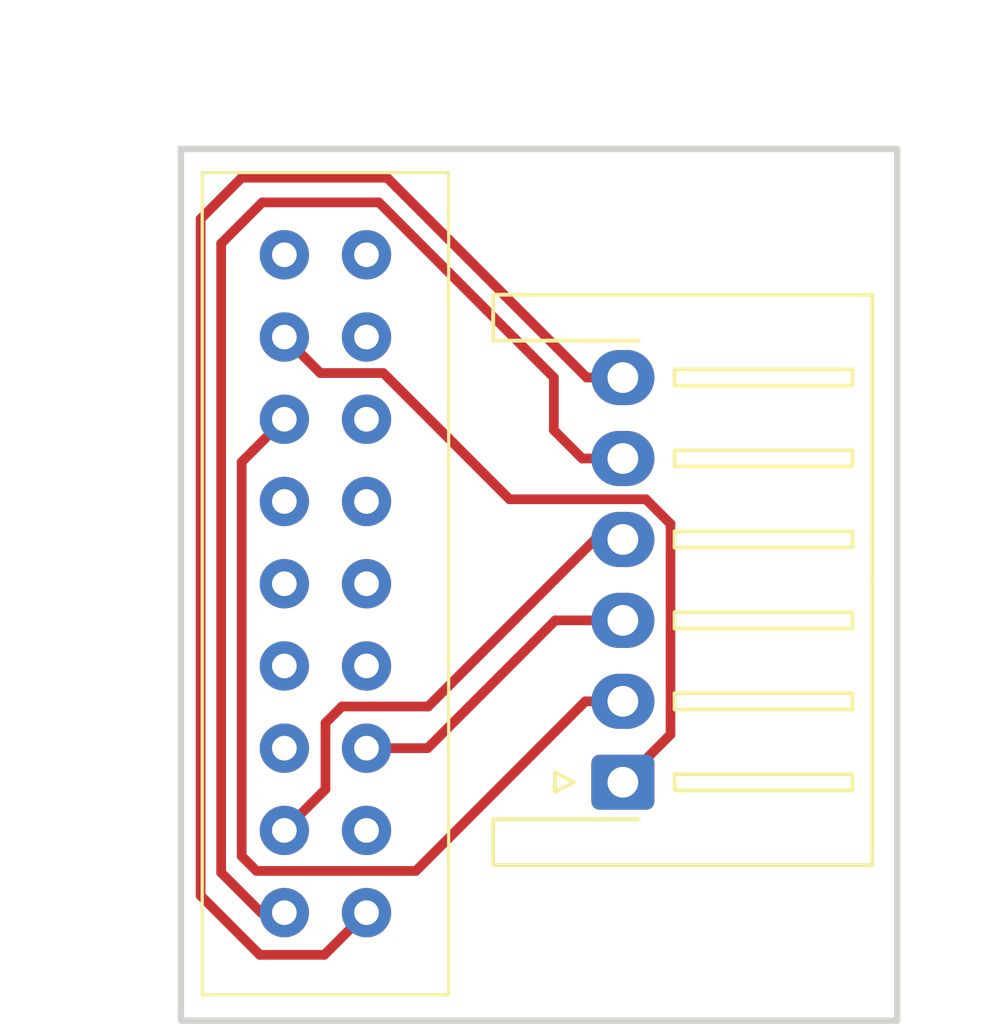
<source format=kicad_pcb>
(kicad_pcb (version 20221018) (generator pcbnew)
  (layers (0 "F.Cu" signal) (31 "B.Cu" signal) (34 "B.Paste" user) (35 "F.Paste" user) (36 "B.SilkS" user "B.Silkscreen") (37 "F.SilkS" user "F.Silkscreen") (38 "B.Mask" user) (39 "F.Mask" user) (44 "Edge.Cuts" user))
  (net 0 "")
  (net 1 "/CS#")
  (net 2 "/D{slash}C#")
  (net 3 "/SDIN")
  (net 4 "/SCLK")
  (net 5 "/VCC")
  (net 6 "/GND")
  (footprint "Connector_JST:JST_XH_S6B-XH-A-1_1x06_P2.50mm_Horizontal" (layer "F.Cu") (at 111.8616 94.2372 90)
    (fp_text reference "J1" hide)
    (fp_text value "Conn_01x06_Pin")
    (fp_line (start -2.56 -4.01) (end -1.14 -4.01) (stroke (width 0.12)) (layer "F.SilkS"))
    (fp_line (start -2.56 7.71) (end -2.56 -4.01) (stroke (width 0.12)) (layer "F.SilkS"))
    (fp_line (start -1.14 -4.01) (end -1.14 0.49) (stroke (width 0.12)) (layer "F.SilkS"))
    (fp_line (start -0.3 -2.1) (end 0.3 -2.1) (stroke (width 0.12)) (layer "F.SilkS"))
    (fp_line (start -0.25 1.6) (end -0.25 7.1) (stroke (width 0.12)) (layer "F.SilkS"))
    (fp_line (start -0.25 7.1) (end 0.25 7.1) (stroke (width 0.12)) (layer "F.SilkS"))
    (fp_line (start 0 -1.5) (end -0.3 -2.1) (stroke (width 0.12)) (layer "F.SilkS"))
    (fp_line (start 0.25 1.6) (end -0.25 1.6) (stroke (width 0.12)) (layer "F.SilkS"))
    (fp_line (start 0.25 7.1) (end 0.25 1.6) (stroke (width 0.12)) (layer "F.SilkS"))
    (fp_line (start 0.3 -2.1) (end 0 -1.5) (stroke (width 0.12)) (layer "F.SilkS"))
    (fp_line (start 2.25 1.6) (end 2.25 7.1) (stroke (width 0.12)) (layer "F.SilkS"))
    (fp_line (start 2.25 7.1) (end 2.75 7.1) (stroke (width 0.12)) (layer "F.SilkS"))
    (fp_line (start 2.75 1.6) (end 2.25 1.6) (stroke (width 0.12)) (layer "F.SilkS"))
    (fp_line (start 2.75 7.1) (end 2.75 1.6) (stroke (width 0.12)) (layer "F.SilkS"))
    (fp_line (start 4.75 1.6) (end 4.75 7.1) (stroke (width 0.12)) (layer "F.SilkS"))
    (fp_line (start 4.75 7.1) (end 5.25 7.1) (stroke (width 0.12)) (layer "F.SilkS"))
    (fp_line (start 5.25 1.6) (end 4.75 1.6) (stroke (width 0.12)) (layer "F.SilkS"))
    (fp_line (start 5.25 7.1) (end 5.25 1.6) (stroke (width 0.12)) (layer "F.SilkS"))
    (fp_line (start 6.25 7.71) (end -2.56 7.71) (stroke (width 0.12)) (layer "F.SilkS"))
    (fp_line (start 6.25 7.71) (end 15.06 7.71) (stroke (width 0.12)) (layer "F.SilkS"))
    (fp_line (start 7.25 1.6) (end 7.25 7.1) (stroke (width 0.12)) (layer "F.SilkS"))
    (fp_line (start 7.25 7.1) (end 7.75 7.1) (stroke (width 0.12)) (layer "F.SilkS"))
    (fp_line (start 7.75 1.6) (end 7.25 1.6) (stroke (width 0.12)) (layer "F.SilkS"))
    (fp_line (start 7.75 7.1) (end 7.75 1.6) (stroke (width 0.12)) (layer "F.SilkS"))
    (fp_line (start 9.75 1.6) (end 9.75 7.1) (stroke (width 0.12)) (layer "F.SilkS"))
    (fp_line (start 9.75 7.1) (end 10.25 7.1) (stroke (width 0.12)) (layer "F.SilkS"))
    (fp_line (start 10.25 1.6) (end 9.75 1.6) (stroke (width 0.12)) (layer "F.SilkS"))
    (fp_line (start 10.25 7.1) (end 10.25 1.6) (stroke (width 0.12)) (layer "F.SilkS"))
    (fp_line (start 12.25 1.6) (end 12.25 7.1) (stroke (width 0.12)) (layer "F.SilkS"))
    (fp_line (start 12.25 7.1) (end 12.75 7.1) (stroke (width 0.12)) (layer "F.SilkS"))
    (fp_line (start 12.75 1.6) (end 12.25 1.6) (stroke (width 0.12)) (layer "F.SilkS"))
    (fp_line (start 12.75 7.1) (end 12.75 1.6) (stroke (width 0.12)) (layer "F.SilkS"))
    (fp_line (start 13.64 -4.01) (end 13.64 0.49) (stroke (width 0.12)) (layer "F.SilkS"))
    (fp_line (start 15.06 -4.01) (end 13.64 -4.01) (stroke (width 0.12)) (layer "F.SilkS"))
    (fp_line (start 15.06 7.71) (end 15.06 -4.01) (stroke (width 0.12)) (layer "F.SilkS"))
    (pad "1" thru_hole roundrect (at 0 0 90) (size 1.7 1.95) (drill 0.95) (layers "*.Cu" "*.Mask") (roundrect_rratio 0.147059) (net 1 "/CS#"))
    (pad "2" thru_hole oval (at 2.5 0 90) (size 1.7 1.95) (drill 0.95) (layers "*.Cu" "*.Mask") (net 2 "/D{slash}C#"))
    (pad "3" thru_hole oval (at 5 0 90) (size 1.7 1.95) (drill 0.95) (layers "*.Cu" "*.Mask") (net 3 "/SDIN"))
    (pad "4" thru_hole oval (at 7.5 0 90) (size 1.7 1.95) (drill 0.95) (layers "*.Cu" "*.Mask") (net 4 "/SCLK"))
    (pad "5" thru_hole oval (at 10 0 90) (size 1.7 1.95) (drill 0.95) (layers "*.Cu" "*.Mask") (net 5 "/VCC"))
    (pad "6" thru_hole oval (at 12.5 0 90) (size 1.7 1.95) (drill 0.95) (layers "*.Cu" "*.Mask") (net 6 "/GND"))
  )
  (footprint "--local:oled_connector" (layer "F.Cu") (at 101.395 70.325)
    (fp_text reference "U1" hide)
    (fp_text value "TZT OLED312 SSD1322")
    (fp_rect (start -2.54 5.08) (end 5.08 30.48) (stroke (width 0.1)) (fill none) (layer "F.SilkS"))
    (pad "1" thru_hole circle (at 2.54 27.94) (size 1.524 1.524) (drill 0.762) (layers "*.Cu" "*.Mask") (net 6 "/GND"))
    (pad "2" thru_hole circle (at 0 27.94) (size 1.524 1.524) (drill 0.762) (layers "*.Cu" "*.Mask") (net 5 "/VCC"))
    (pad "3" thru_hole circle (at 2.54 25.4) (size 1.524 1.524) (drill 0.762) (layers "*.Cu" "*.Mask"))
    (pad "4" thru_hole circle (at 0 25.4) (size 1.524 1.524) (drill 0.762) (layers "*.Cu" "*.Mask") (net 4 "/SCLK"))
    (pad "5" thru_hole circle (at 2.54 22.86) (size 1.524 1.524) (drill 0.762) (layers "*.Cu" "*.Mask") (net 3 "/SDIN"))
    (pad "6" thru_hole circle (at 0 22.86) (size 1.524 1.524) (drill 0.762) (layers "*.Cu" "*.Mask"))
    (pad "7" thru_hole circle (at 2.54 20.32) (size 1.524 1.524) (drill 0.762) (layers "*.Cu" "*.Mask"))
    (pad "8" thru_hole circle (at 0 20.32) (size 1.524 1.524) (drill 0.762) (layers "*.Cu" "*.Mask"))
    (pad "9" thru_hole circle (at 2.54 17.78) (size 1.524 1.524) (drill 0.762) (layers "*.Cu" "*.Mask"))
    (pad "10" thru_hole circle (at 0 17.78) (size 1.524 1.524) (drill 0.762) (layers "*.Cu" "*.Mask"))
    (pad "11" thru_hole circle (at 2.54 15.24) (size 1.524 1.524) (drill 0.762) (layers "*.Cu" "*.Mask"))
    (pad "12" thru_hole circle (at 0 15.24) (size 1.524 1.524) (drill 0.762) (layers "*.Cu" "*.Mask"))
    (pad "13" thru_hole circle (at 2.54 12.7) (size 1.524 1.524) (drill 0.762) (layers "*.Cu" "*.Mask"))
    (pad "14" thru_hole circle (at 0 12.7) (size 1.524 1.524) (drill 0.762) (layers "*.Cu" "*.Mask") (net 2 "/D{slash}C#"))
    (pad "15" thru_hole circle (at 2.54 10.16) (size 1.524 1.524) (drill 0.762) (layers "*.Cu" "*.Mask"))
    (pad "16" thru_hole circle (at 0 10.16) (size 1.524 1.524) (drill 0.762) (layers "*.Cu" "*.Mask") (net 1 "/CS#"))
    (pad "17" thru_hole circle (at 2.54 7.62) (size 1.524 1.524) (drill 0.762) (layers "*.Cu" "*.Mask"))
    (pad "18" thru_hole circle (at 0 7.62) (size 1.524 1.524) (drill 0.762) (layers "*.Cu" "*.Mask"))
  )
  (gr_rect (start 98.1964 74.676) (end 120.3452 101.6) (stroke (width 0.2)) (fill none) (layer "Edge.Cuts"))
  (segment (start 102.507 81.597) (end 104.457 81.597) (width 0.3) (layer "F.Cu") (net 1))
  (segment (start 113.3348 86.2584) (end 113.3348 92.764) (width 0.3) (layer "F.Cu") (net 1))
  (segment (start 113.3348 92.764) (end 111.8616 94.2372) (width 0.3) (layer "F.Cu") (net 1))
  (segment (start 104.457 81.597) (end 108.3564 85.4964) (width 0.3) (layer "F.Cu") (net 1))
  (segment (start 112.5728 85.4964) (end 113.3348 86.2584) (width 0.3) (layer "F.Cu") (net 1))
  (segment (start 101.395 80.485) (end 102.507 81.597) (width 0.3) (layer "F.Cu") (net 1))
  (segment (start 108.3564 85.4964) (end 112.5728 85.4964) (width 0.3) (layer "F.Cu") (net 1))
  (segment (start 100.5332 96.9772) (end 105.4608 96.9772) (width 0.3) (layer "F.Cu") (net 2))
  (segment (start 110.7008 91.7372) (end 111.8616 91.7372) (width 0.3) (layer "F.Cu") (net 2))
  (segment (start 105.4608 96.9772) (end 110.7008 91.7372) (width 0.3) (layer "F.Cu") (net 2))
  (segment (start 101.395 83.025) (end 100.076 84.344) (width 0.3) (layer "F.Cu") (net 2))
  (segment (start 100.076 84.344) (end 100.076 96.52) (width 0.3) (layer "F.Cu") (net 2))
  (segment (start 100.076 96.52) (end 100.5332 96.9772) (width 0.3) (layer "F.Cu") (net 2))
  (segment (start 105.824 93.185) (end 109.7718 89.2372) (width 0.3) (layer "F.Cu") (net 3))
  (segment (start 103.935 93.185) (end 105.824 93.185) (width 0.3) (layer "F.Cu") (net 3))
  (segment (start 109.7718 89.2372) (end 111.8616 89.2372) (width 0.3) (layer "F.Cu") (net 3))
  (segment (start 111.0018 86.7372) (end 111.8616 86.7372) (width 0.3) (layer "F.Cu") (net 4))
  (segment (start 102.6668 92.4052) (end 103.1748 91.8972) (width 0.3) (layer "F.Cu") (net 4))
  (segment (start 101.395 95.725) (end 102.6668 94.4532) (width 0.3) (layer "F.Cu") (net 4))
  (segment (start 105.8418 91.8972) (end 111.0018 86.7372) (width 0.3) (layer "F.Cu") (net 4))
  (segment (start 102.6668 94.4532) (end 102.6668 92.4052) (width 0.3) (layer "F.Cu") (net 4))
  (segment (start 103.1748 91.8972) (end 105.8418 91.8972) (width 0.3) (layer "F.Cu") (net 4))
  (segment (start 100.711 76.327) (end 104.3178 76.327) (width 0.3) (layer "F.Cu") (net 5))
  (segment (start 100.678 98.265) (end 99.441 97.028) (width 0.3) (layer "F.Cu") (net 5))
  (segment (start 104.3178 76.327) (end 109.728 81.7372) (width 0.3) (layer "F.Cu") (net 5))
  (segment (start 101.395 98.265) (end 100.678 98.265) (width 0.3) (layer "F.Cu") (net 5))
  (segment (start 99.441 97.028) (end 99.441 77.597) (width 0.3) (layer "F.Cu") (net 5))
  (segment (start 99.441 77.597) (end 100.711 76.327) (width 0.3) (layer "F.Cu") (net 5))
  (segment (start 110.6024 84.2372) (end 111.8616 84.2372) (width 0.3) (layer "F.Cu") (net 5))
  (segment (start 109.728 83.3628) (end 110.6024 84.2372) (width 0.3) (layer "F.Cu") (net 5))
  (segment (start 109.728 81.7372) (end 109.728 83.3628) (width 0.3) (layer "F.Cu") (net 5))
  (segment (start 103.935 98.265) (end 102.632 99.568) (width 0.3) (layer "F.Cu") (net 6))
  (segment (start 100.076 75.565) (end 104.5718 75.565) (width 0.3) (layer "F.Cu") (net 6))
  (segment (start 104.5718 75.565) (end 110.744 81.7372) (width 0.3) (layer "F.Cu") (net 6))
  (segment (start 98.806 76.835) (end 100.076 75.565) (width 0.3) (layer "F.Cu") (net 6))
  (segment (start 102.632 99.568) (end 100.6348 99.568) (width 0.3) (layer "F.Cu") (net 6))
  (segment (start 110.744 81.7372) (end 111.8616 81.7372) (width 0.3) (layer "F.Cu") (net 6))
  (segment (start 100.6348 99.568) (end 98.806 97.7392) (width 0.3) (layer "F.Cu") (net 6))
  (segment (start 98.806 97.7392) (end 98.806 76.835) (width 0.3) (layer "F.Cu") (net 6))
)
</source>
